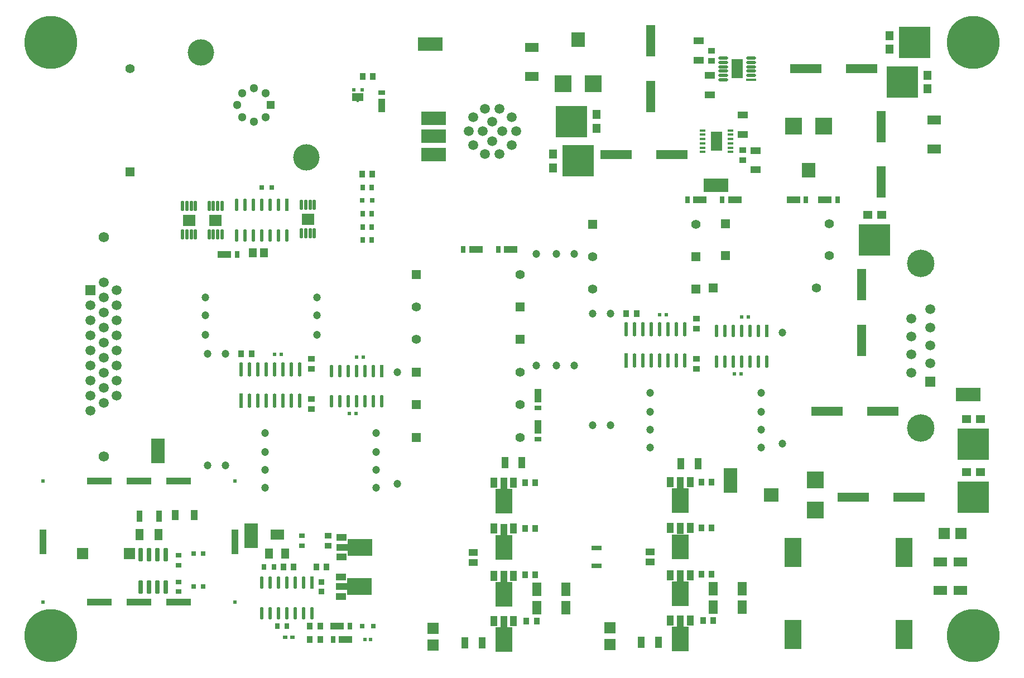
<source format=gbr>
%TF.GenerationSoftware,Altium Limited,Altium Designer,24.2.2 (26)*%
G04 Layer_Color=255*
%FSLAX45Y45*%
%MOMM*%
%TF.SameCoordinates,2C43E8B5-FC8E-40A2-A425-C8743FE8A27F*%
%TF.FilePolarity,Positive*%
%TF.FileFunction,Pads,Top*%
%TF.Part,Single*%
G01*
G75*
%TA.AperFunction,SMDPad,CuDef*%
%ADD15R,3.80000X2.03000*%
%ADD16R,2.03000X3.80000*%
G04:AMPARAMS|DCode=17|XSize=1.97mm|YSize=0.6mm|CornerRadius=0.075mm|HoleSize=0mm|Usage=FLASHONLY|Rotation=90.000|XOffset=0mm|YOffset=0mm|HoleType=Round|Shape=RoundedRectangle|*
%AMROUNDEDRECTD17*
21,1,1.97000,0.45000,0,0,90.0*
21,1,1.82000,0.60000,0,0,90.0*
1,1,0.15000,0.22500,0.91000*
1,1,0.15000,0.22500,-0.91000*
1,1,0.15000,-0.22500,-0.91000*
1,1,0.15000,-0.22500,0.91000*
%
%ADD17ROUNDEDRECTD17*%
%ADD18R,4.69900X1.39700*%
%ADD19R,0.90000X0.80000*%
%ADD20R,0.70000X0.70000*%
%ADD21R,0.50000X0.50000*%
%ADD22R,3.80000X1.00000*%
%ADD23R,1.00000X3.80000*%
G04:AMPARAMS|DCode=24|XSize=1.87407mm|YSize=0.54213mm|CornerRadius=0.27107mm|HoleSize=0mm|Usage=FLASHONLY|Rotation=270.000|XOffset=0mm|YOffset=0mm|HoleType=Round|Shape=RoundedRectangle|*
%AMROUNDEDRECTD24*
21,1,1.87407,0.00000,0,0,270.0*
21,1,1.33193,0.54213,0,0,270.0*
1,1,0.54213,0.00000,-0.66597*
1,1,0.54213,0.00000,0.66597*
1,1,0.54213,0.00000,0.66597*
1,1,0.54213,0.00000,-0.66597*
%
%ADD24ROUNDEDRECTD24*%
%ADD25R,0.54213X1.87407*%
%ADD26R,0.58213X2.17406*%
G04:AMPARAMS|DCode=27|XSize=2.17406mm|YSize=0.58213mm|CornerRadius=0.29107mm|HoleSize=0mm|Usage=FLASHONLY|Rotation=90.000|XOffset=0mm|YOffset=0mm|HoleType=Round|Shape=RoundedRectangle|*
%AMROUNDEDRECTD27*
21,1,2.17406,0.00000,0,0,90.0*
21,1,1.59193,0.58213,0,0,90.0*
1,1,0.58213,0.00000,0.79597*
1,1,0.58213,0.00000,-0.79597*
1,1,0.58213,0.00000,-0.79597*
1,1,0.58213,0.00000,0.79597*
%
%ADD27ROUNDEDRECTD27*%
%ADD28R,0.80000X1.10000*%
%ADD29R,2.00000X1.10000*%
%ADD30R,1.10000X0.80000*%
%ADD31R,1.10000X2.00000*%
%ADD32R,0.98000X0.81000*%
%ADD33R,0.81000X0.98000*%
%ADD34R,1.79000X1.75000*%
%ADD35R,2.50000X3.80000*%
%ADD36R,1.00000X1.50000*%
%ADD37R,1.00000X1.70000*%
%ADD38R,1.45000X1.05000*%
%ADD39R,1.10000X1.70000*%
%ADD40R,1.60020X0.71120*%
%ADD41R,1.40000X2.10000*%
%ADD42R,1.50000X1.00000*%
%ADD43R,1.70000X1.00000*%
%ADD44R,3.80000X2.50000*%
%ADD45R,2.50000X4.44500*%
%ADD46R,4.80000X4.72000*%
%ADD47R,1.40000X1.27000*%
%ADD48R,2.10000X1.40000*%
%ADD49R,1.75000X1.79000*%
%ADD50R,2.50000X2.55000*%
%ADD51R,2.20000X2.00000*%
%ADD52R,1.10000X1.65000*%
%ADD53R,0.80000X0.90000*%
%ADD54R,0.75000X0.60000*%
%ADD55R,0.95000X0.95000*%
%ADD56R,0.80000X0.80000*%
%ADD57R,0.50000X0.60000*%
%ADD58R,1.30000X1.60000*%
%ADD59R,2.00000X1.60000*%
%ADD60R,1.39700X4.69900*%
%ADD61R,2.00000X2.20000*%
%ADD62R,2.55000X2.50000*%
%ADD63R,1.65100X2.84500*%
%ADD64R,0.88900X0.42000*%
%ADD65R,1.75300X2.94700*%
G04:AMPARAMS|DCode=66|XSize=1.54042mm|YSize=0.45493mm|CornerRadius=0.22746mm|HoleSize=0mm|Usage=FLASHONLY|Rotation=180.000|XOffset=0mm|YOffset=0mm|HoleType=Round|Shape=RoundedRectangle|*
%AMROUNDEDRECTD66*
21,1,1.54042,0.00000,0,0,180.0*
21,1,1.08549,0.45493,0,0,180.0*
1,1,0.45493,-0.54275,0.00000*
1,1,0.45493,0.54275,0.00000*
1,1,0.45493,0.54275,0.00000*
1,1,0.45493,-0.54275,0.00000*
%
%ADD66ROUNDEDRECTD66*%
%ADD67R,1.54042X0.45493*%
%ADD68R,1.60000X1.05000*%
%ADD69R,0.98000X0.85000*%
%ADD70R,1.27000X1.40000*%
%ADD71R,4.72000X4.80000*%
%ADD72R,0.80000X0.75000*%
G04:AMPARAMS|DCode=73|XSize=1.45mm|YSize=0.48mm|CornerRadius=0.06mm|HoleSize=0mm|Usage=FLASHONLY|Rotation=270.000|XOffset=0mm|YOffset=0mm|HoleType=Round|Shape=RoundedRectangle|*
%AMROUNDEDRECTD73*
21,1,1.45000,0.36000,0,0,270.0*
21,1,1.33000,0.48000,0,0,270.0*
1,1,0.12000,-0.18000,-0.66500*
1,1,0.12000,-0.18000,0.66500*
1,1,0.12000,0.18000,0.66500*
1,1,0.12000,0.18000,-0.66500*
%
%ADD73ROUNDEDRECTD73*%
%ADD74R,1.88000X1.68000*%
%ADD75R,0.50000X0.55000*%
%ADD76R,1.70000X1.15000*%
%ADD77R,0.45000X0.25000*%
%ADD78R,0.70000X0.95000*%
%ADD79R,1.17000X1.47000*%
%ADD80R,0.83820X1.75260*%
%ADD81R,1.75000X1.80000*%
%ADD82R,1.16000X1.82000*%
%TA.AperFunction,ComponentPad*%
%ADD84C,1.42240*%
%ADD85R,1.42240X1.42240*%
%ADD86C,1.30000*%
%ADD87R,1.30000X1.30000*%
%ADD88C,1.50000*%
%ADD89C,1.20000*%
%ADD90R,1.42240X1.42240*%
%ADD91R,1.50000X1.50000*%
%ADD92C,1.57500*%
%ADD93C,1.50800*%
%ADD94R,1.50800X1.50800*%
%ADD95C,4.16600*%
%TA.AperFunction,ViaPad*%
%ADD96C,4.00000*%
%ADD97C,8.00000*%
D15*
X8910000Y10950000D02*
D03*
Y10400000D02*
D03*
Y10680000D02*
D03*
X17020000Y6760000D02*
D03*
X8860000Y12070000D02*
D03*
X13189999Y9930000D02*
D03*
D16*
X13410001Y5450000D02*
D03*
X4730000Y5900000D02*
D03*
X6140000Y4610000D02*
D03*
D17*
X4459500Y4327500D02*
D03*
X4586500D02*
D03*
X4713500D02*
D03*
X4840500D02*
D03*
Y3832500D02*
D03*
X4713500D02*
D03*
X4586500D02*
D03*
X4459500D02*
D03*
X4590000Y4329999D02*
D03*
D18*
X15279630Y5200000D02*
D03*
X16120370D02*
D03*
X14879630Y6500000D02*
D03*
X15720370D02*
D03*
X11679630Y10400000D02*
D03*
X12520370D02*
D03*
X14559261Y11700000D02*
D03*
X15400000D02*
D03*
D19*
X6910000Y4615000D02*
D03*
Y4465000D02*
D03*
X5040000Y3915000D02*
D03*
Y3765000D02*
D03*
Y4165000D02*
D03*
Y4315000D02*
D03*
D20*
X5270000Y3840000D02*
D03*
X5410000D02*
D03*
Y4340000D02*
D03*
X5270000D02*
D03*
D21*
X5898000Y5440000D02*
D03*
X2982000D02*
D03*
X5898000Y3610000D02*
D03*
X2982000D02*
D03*
X6498021Y7364003D02*
D03*
X6598021D02*
D03*
X7728021Y6464003D02*
D03*
X7628021D02*
D03*
X7738021Y7324003D02*
D03*
X7838021D02*
D03*
X12340000Y7970000D02*
D03*
X12440000D02*
D03*
X13570000Y7070000D02*
D03*
X13470000D02*
D03*
X13580000Y7930000D02*
D03*
X13680000D02*
D03*
D22*
X5040000Y5440000D02*
D03*
X4440000D02*
D03*
X3840000D02*
D03*
Y3610000D02*
D03*
X4440000D02*
D03*
X5040000D02*
D03*
D23*
X5898000Y4525000D02*
D03*
X2982000D02*
D03*
D24*
X6681000Y9168394D02*
D03*
X6554000D02*
D03*
X6427000D02*
D03*
X6300000D02*
D03*
X6173000D02*
D03*
X6046000D02*
D03*
X5919000D02*
D03*
Y9631607D02*
D03*
X6046000D02*
D03*
X6173000D02*
D03*
X6300000D02*
D03*
X6427000D02*
D03*
X6554000D02*
D03*
X7992021Y7115609D02*
D03*
X7865021D02*
D03*
X7738021D02*
D03*
X7611021D02*
D03*
X7484021D02*
D03*
X7357021D02*
D03*
Y6652396D02*
D03*
X7484021D02*
D03*
X7611021D02*
D03*
X7738021D02*
D03*
X7865021D02*
D03*
X7992021D02*
D03*
X8119021D02*
D03*
X13834000Y7721607D02*
D03*
X13707001D02*
D03*
X13580000D02*
D03*
X13453000D02*
D03*
X13325999D02*
D03*
X13199001D02*
D03*
Y7258393D02*
D03*
X13325999D02*
D03*
X13453000D02*
D03*
X13580000D02*
D03*
X13707001D02*
D03*
X13834000D02*
D03*
X13961000D02*
D03*
X7064000Y3440000D02*
D03*
X6937000D02*
D03*
X6810000D02*
D03*
X6683000D02*
D03*
X6556000D02*
D03*
X6429000D02*
D03*
X6302000D02*
D03*
Y3903213D02*
D03*
X6429000D02*
D03*
X6556000D02*
D03*
X6683000D02*
D03*
X6810000D02*
D03*
X6937000D02*
D03*
D25*
X6681000Y9631607D02*
D03*
X8119021Y7115609D02*
D03*
X13961000Y7721607D02*
D03*
X7064000Y3903213D02*
D03*
D26*
X5986521Y6666396D02*
D03*
X11828501Y7272393D02*
D03*
D27*
X6113521Y6666396D02*
D03*
X6240521D02*
D03*
X6367521D02*
D03*
X6494521D02*
D03*
X6621521D02*
D03*
X6748521D02*
D03*
X6875521D02*
D03*
Y7139609D02*
D03*
X6748521D02*
D03*
X6621521D02*
D03*
X6494521D02*
D03*
X6367521D02*
D03*
X6240521D02*
D03*
X6113521D02*
D03*
X5986521D02*
D03*
X11955501Y7272393D02*
D03*
X12082501D02*
D03*
X12209501D02*
D03*
X12336501D02*
D03*
X12463501D02*
D03*
X12590501D02*
D03*
X12717501D02*
D03*
Y7745607D02*
D03*
X12590501D02*
D03*
X12463501D02*
D03*
X12336501D02*
D03*
X12209501D02*
D03*
X12082501D02*
D03*
X11955501D02*
D03*
X11828501D02*
D03*
D28*
X9888021Y8954002D02*
D03*
X9358021D02*
D03*
X13289999Y9710000D02*
D03*
X12760000D02*
D03*
X15035001D02*
D03*
X14560001D02*
D03*
X7385000Y3040000D02*
D03*
X7635000Y3240000D02*
D03*
X5925000Y8880000D02*
D03*
D29*
X10078021Y8954002D02*
D03*
X9548021D02*
D03*
X13480000Y9710000D02*
D03*
X12950000D02*
D03*
X14845000D02*
D03*
X14370000D02*
D03*
X7575000Y3040000D02*
D03*
X7445000Y3240000D02*
D03*
X5735000Y8880000D02*
D03*
D30*
X10494002Y6551979D02*
D03*
Y6076979D02*
D03*
X8120000Y11335000D02*
D03*
D31*
X10494002Y6741979D02*
D03*
Y6266979D02*
D03*
X8120000Y11145000D02*
D03*
D32*
X7058021Y7301102D02*
D03*
Y7146903D02*
D03*
Y6536903D02*
D03*
Y6691102D02*
D03*
X12900000Y7142900D02*
D03*
Y7297100D02*
D03*
Y7907100D02*
D03*
Y7752900D02*
D03*
X7310000Y4617100D02*
D03*
Y4462900D02*
D03*
D33*
X6145121Y7374003D02*
D03*
X5990921D02*
D03*
X13127100Y5430000D02*
D03*
X12972900D02*
D03*
X13127100Y4730000D02*
D03*
X12972900D02*
D03*
X13127100Y4030001D02*
D03*
X12972900D02*
D03*
X12995799Y3330001D02*
D03*
X13150000D02*
D03*
X11987100Y7980000D02*
D03*
X11832900D02*
D03*
X7132900Y4140000D02*
D03*
X7287100D02*
D03*
X6632900D02*
D03*
X6787100D02*
D03*
X7187100Y3240000D02*
D03*
X7032900D02*
D03*
X7187100Y3040000D02*
D03*
X7032900D02*
D03*
X10471214Y3321213D02*
D03*
X10317014D02*
D03*
X10294114Y4021213D02*
D03*
X10448314D02*
D03*
X10294114Y4721213D02*
D03*
X10448314D02*
D03*
X10294114Y5421213D02*
D03*
X10448314D02*
D03*
X7987100Y11580000D02*
D03*
X7832900D02*
D03*
X7977100Y10100000D02*
D03*
X7822900D02*
D03*
D34*
X11580000Y3213500D02*
D03*
Y2966500D02*
D03*
X8901214Y3204712D02*
D03*
Y2957712D02*
D03*
D35*
X12650000Y4445001D02*
D03*
Y5145000D02*
D03*
Y3045001D02*
D03*
Y3730000D02*
D03*
X9971214Y5136213D02*
D03*
Y3036213D02*
D03*
Y3721213D02*
D03*
Y4436213D02*
D03*
D36*
X12500000Y4730001D02*
D03*
X12800000D02*
D03*
Y5430001D02*
D03*
X12500000D02*
D03*
Y3330001D02*
D03*
X12800000D02*
D03*
Y4015001D02*
D03*
X12500000D02*
D03*
X10121214Y5421213D02*
D03*
X9821214D02*
D03*
Y3321213D02*
D03*
X10121214D02*
D03*
Y4006213D02*
D03*
X9821214D02*
D03*
Y4721213D02*
D03*
X10121214D02*
D03*
D37*
X12650000Y4720000D02*
D03*
Y5420000D02*
D03*
Y3320000D02*
D03*
Y4005000D02*
D03*
X9971214Y5411213D02*
D03*
Y3311213D02*
D03*
Y3996213D02*
D03*
Y4711213D02*
D03*
D38*
X12190000Y4367500D02*
D03*
Y4212500D02*
D03*
X9511214Y4358712D02*
D03*
Y4203712D02*
D03*
D39*
X12320000Y3000000D02*
D03*
X12060000D02*
D03*
X9641214Y2991212D02*
D03*
X9381214D02*
D03*
X12660000Y5710000D02*
D03*
X12920000D02*
D03*
X9990000Y5720000D02*
D03*
X10250000D02*
D03*
D40*
X11380000Y4152840D02*
D03*
Y4427160D02*
D03*
D41*
X13589999Y3810000D02*
D03*
X13150000D02*
D03*
X13589999Y3530000D02*
D03*
X13150000D02*
D03*
X10911214Y3521212D02*
D03*
X10471214D02*
D03*
X10911214Y3801212D02*
D03*
X10471214D02*
D03*
D42*
X7500000Y3990000D02*
D03*
Y3690000D02*
D03*
X7510000Y4290000D02*
D03*
Y4590000D02*
D03*
D43*
X7510000Y3840000D02*
D03*
X7520000Y4440000D02*
D03*
D44*
X7785000Y3840000D02*
D03*
X7795000Y4440000D02*
D03*
D45*
X16049500Y3116700D02*
D03*
X14360400D02*
D03*
Y4361300D02*
D03*
X16049500D02*
D03*
D46*
X17100000Y5196000D02*
D03*
Y6000000D02*
D03*
X15600000Y9100000D02*
D03*
D47*
X17203999Y5576500D02*
D03*
X16996001D02*
D03*
X17203999Y6380500D02*
D03*
X16996001D02*
D03*
X15496001Y9480500D02*
D03*
X15703999D02*
D03*
D48*
X16900000Y3780000D02*
D03*
Y4220000D02*
D03*
X16600000Y3780000D02*
D03*
Y4220000D02*
D03*
X10400000Y12020000D02*
D03*
Y11580000D02*
D03*
X16500000Y10920001D02*
D03*
Y10480000D02*
D03*
D49*
X16659500Y4651000D02*
D03*
X16906500D02*
D03*
D50*
X14700000Y5000000D02*
D03*
Y5460000D02*
D03*
D51*
X14035001Y5230000D02*
D03*
D52*
X5272500Y4930000D02*
D03*
X4987500D02*
D03*
D53*
X6335000Y4140000D02*
D03*
X6485000D02*
D03*
X6535000Y3240000D02*
D03*
X6685000D02*
D03*
D54*
X6655000Y3070000D02*
D03*
X6765000D02*
D03*
D55*
X7210000Y3912500D02*
D03*
Y3767500D02*
D03*
D56*
X7827500Y3240000D02*
D03*
X7992500D02*
D03*
D57*
X7955000Y3040000D02*
D03*
X7865000D02*
D03*
D58*
X6410000Y4340000D02*
D03*
X6660000D02*
D03*
D59*
X6535000Y4630000D02*
D03*
D60*
X15400000Y8420370D02*
D03*
Y7579630D02*
D03*
X12200000Y12120370D02*
D03*
Y11279630D02*
D03*
X15700000Y9979630D02*
D03*
Y10820370D02*
D03*
D61*
X11100000Y12140000D02*
D03*
X14600000Y10160000D02*
D03*
D62*
X11330000Y11475000D02*
D03*
X10870000D02*
D03*
X14370000Y10825000D02*
D03*
X14830000D02*
D03*
D63*
X13200000Y10600000D02*
D03*
D64*
X13410699Y10762500D02*
D03*
Y10697500D02*
D03*
Y10632500D02*
D03*
Y10567500D02*
D03*
Y10502500D02*
D03*
Y10437500D02*
D03*
X12989301D02*
D03*
Y10502500D02*
D03*
Y10567500D02*
D03*
Y10632500D02*
D03*
Y10697500D02*
D03*
Y10762500D02*
D03*
D65*
X13510983Y11697500D02*
D03*
D66*
X13300000Y11535000D02*
D03*
Y11600000D02*
D03*
Y11665000D02*
D03*
Y11730000D02*
D03*
Y11795000D02*
D03*
Y11860000D02*
D03*
X13721970D02*
D03*
Y11795000D02*
D03*
Y11730000D02*
D03*
Y11665000D02*
D03*
Y11600000D02*
D03*
D67*
Y11535000D02*
D03*
D68*
X13600000Y10995000D02*
D03*
Y10700000D02*
D03*
X13789999Y10460000D02*
D03*
Y10165000D02*
D03*
X12931979Y11825998D02*
D03*
Y12120998D02*
D03*
X13100000Y11305000D02*
D03*
Y11600000D02*
D03*
D69*
X13600000Y10315000D02*
D03*
Y10465000D02*
D03*
X13121979Y11970998D02*
D03*
Y11820998D02*
D03*
D70*
X10719500Y10196000D02*
D03*
Y10404000D02*
D03*
X11380500Y11004000D02*
D03*
Y10796000D02*
D03*
X16400000Y11600000D02*
D03*
Y11392000D02*
D03*
X15823502Y11995983D02*
D03*
Y12203983D02*
D03*
D71*
X11100000Y10300000D02*
D03*
X11000000Y10900000D02*
D03*
X16019501Y11496000D02*
D03*
X16204002Y12099983D02*
D03*
D72*
X6305000Y9900000D02*
D03*
X6455000D02*
D03*
X7825000Y9700000D02*
D03*
X7975000D02*
D03*
D73*
X5297500Y9616001D02*
D03*
X5232500D02*
D03*
X5167500D02*
D03*
X5102500D02*
D03*
Y9184000D02*
D03*
X5167500D02*
D03*
X5232500D02*
D03*
X5297500D02*
D03*
X5502500D02*
D03*
X5567500D02*
D03*
X5632500D02*
D03*
X5697500D02*
D03*
Y9616001D02*
D03*
X5632500D02*
D03*
X5567500D02*
D03*
X5502500D02*
D03*
X6905000Y9200000D02*
D03*
X6970000D02*
D03*
X7035000D02*
D03*
X7100000D02*
D03*
Y9632001D02*
D03*
X7035000D02*
D03*
X6970000D02*
D03*
X6905000D02*
D03*
D74*
X5200000Y9400001D02*
D03*
X5600000D02*
D03*
X7002500Y9416000D02*
D03*
D75*
X7825000Y11378700D02*
D03*
X7695000D02*
D03*
D76*
X7760000Y11268700D02*
D03*
D77*
Y11198700D02*
D03*
D78*
X7832500Y9100000D02*
D03*
X7967500D02*
D03*
X7832500Y9500000D02*
D03*
X7967500D02*
D03*
X7832494Y9300011D02*
D03*
X7967494D02*
D03*
X7832500Y9900000D02*
D03*
X7967500D02*
D03*
D79*
X6337100Y8910000D02*
D03*
X6162900D02*
D03*
D80*
X4450440Y4910000D02*
D03*
X4740000D02*
D03*
D81*
X3582500Y4340000D02*
D03*
X4297500D02*
D03*
D82*
X4442500Y4630000D02*
D03*
X4737500D02*
D03*
D84*
X4300000Y11700000D02*
D03*
X10220000Y6100000D02*
D03*
X8648021Y7594002D02*
D03*
Y8084002D02*
D03*
X10218021Y6604002D02*
D03*
Y7094002D02*
D03*
X10218021Y8574002D02*
D03*
X11320000Y8850000D02*
D03*
X14910001Y8860000D02*
D03*
X12889999Y9340000D02*
D03*
X14910001Y9350000D02*
D03*
X11320000Y8360000D02*
D03*
X14720000Y8370000D02*
D03*
D85*
X4300000Y10130000D02*
D03*
D86*
X6182000Y11401000D02*
D03*
Y10893000D02*
D03*
X5928000Y11147000D02*
D03*
X6002395Y11326605D02*
D03*
X6361605D02*
D03*
X6002395Y10967395D02*
D03*
X6361605D02*
D03*
D87*
X6436000Y11147000D02*
D03*
D88*
X10091246Y10538397D02*
D03*
X9911246Y10407620D02*
D03*
X9688754D02*
D03*
X9508754Y10538397D02*
D03*
Y10961603D02*
D03*
X9688754Y11092380D02*
D03*
X10091246Y10961603D02*
D03*
X9911246Y11092380D02*
D03*
X9800000Y10900000D02*
D03*
Y10600000D02*
D03*
X9650000Y10750000D02*
D03*
X9440000D02*
D03*
X10160000D02*
D03*
X9950000D02*
D03*
X3704000Y8114400D02*
D03*
Y7885800D02*
D03*
Y7657200D02*
D03*
Y7428600D02*
D03*
Y7200000D02*
D03*
Y6971400D02*
D03*
Y6742800D02*
D03*
Y6514000D02*
D03*
X3902000Y8457300D02*
D03*
Y8228700D02*
D03*
Y8000100D02*
D03*
Y7771500D02*
D03*
Y7542900D02*
D03*
Y7314300D02*
D03*
Y7085700D02*
D03*
Y6857100D02*
D03*
Y6628500D02*
D03*
X4100000Y8343000D02*
D03*
Y8114400D02*
D03*
Y7885800D02*
D03*
Y7657200D02*
D03*
Y7428600D02*
D03*
Y7200000D02*
D03*
Y6971400D02*
D03*
Y6742800D02*
D03*
D89*
X5748021Y5684003D02*
D03*
Y7374003D02*
D03*
X8038021Y5614002D02*
D03*
X6348021D02*
D03*
X7135997Y7660000D02*
D03*
X5445997D02*
D03*
X5445998Y7960000D02*
D03*
X7135998D02*
D03*
X5445998Y8230001D02*
D03*
X7135998D02*
D03*
X5478021Y5684003D02*
D03*
Y7374003D02*
D03*
X8358021Y7094002D02*
D03*
Y5404002D02*
D03*
X6348021Y6174002D02*
D03*
X8038021D02*
D03*
Y5344002D02*
D03*
X6348021D02*
D03*
X8038021Y5884002D02*
D03*
X6348021D02*
D03*
X12190000Y6220000D02*
D03*
X13880000D02*
D03*
X12190000Y5950000D02*
D03*
X13880000D02*
D03*
X11320000Y6290000D02*
D03*
Y7980000D02*
D03*
X12190000Y6780000D02*
D03*
X13880000D02*
D03*
X14200000Y7700000D02*
D03*
Y6010000D02*
D03*
X11590000Y6290000D02*
D03*
Y7980000D02*
D03*
X10770000Y8890000D02*
D03*
Y7200000D02*
D03*
X11040000Y8890000D02*
D03*
Y7200000D02*
D03*
X10470000Y7200000D02*
D03*
Y8890000D02*
D03*
X13880000Y6490000D02*
D03*
X12190000D02*
D03*
D90*
X8650000Y6100000D02*
D03*
X10218021Y7594002D02*
D03*
Y8084002D02*
D03*
X8648021Y6604002D02*
D03*
Y7094002D02*
D03*
X8648021Y8574002D02*
D03*
X12889999Y8850000D02*
D03*
X13339999Y8860000D02*
D03*
X11320000Y9340000D02*
D03*
X13339999Y9350000D02*
D03*
X12889999Y8360000D02*
D03*
X13150000Y8370000D02*
D03*
D91*
X3704000Y8343000D02*
D03*
D92*
X3902000Y9145000D02*
D03*
Y5813000D02*
D03*
D93*
X16158000Y7911000D02*
D03*
Y7637000D02*
D03*
Y7363000D02*
D03*
Y7089000D02*
D03*
X16442000Y8048000D02*
D03*
Y7774000D02*
D03*
Y7500000D02*
D03*
Y7226000D02*
D03*
D94*
Y6952000D02*
D03*
D95*
X16300000Y8749500D02*
D03*
Y6250500D02*
D03*
D96*
X6978470Y10353194D02*
D03*
X5382000Y11947000D02*
D03*
D97*
X17100000Y12100000D02*
D03*
Y3100000D02*
D03*
X3100000D02*
D03*
Y12100000D02*
D03*
%TF.MD5,4b18ceba66b62145524d7d78e7184d75*%
M02*

</source>
